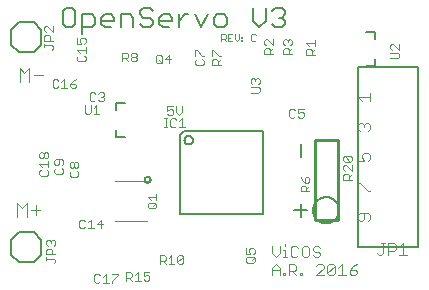
<source format=gto>
G75*
%MOIN*%
%OFA0B0*%
%FSLAX25Y25*%
%IPPOS*%
%LPD*%
%AMOC8*
5,1,8,0,0,1.08239X$1,22.5*
%
%ADD10C,0.00600*%
%ADD11C,0.00300*%
%ADD12C,0.00400*%
%ADD13C,0.00200*%
%ADD14C,0.00500*%
%ADD15C,0.01000*%
D10*
X0016500Y0036497D02*
X0021500Y0036497D01*
X0024000Y0038997D01*
X0024000Y0043997D01*
X0021500Y0046497D01*
X0016500Y0046497D01*
X0014000Y0043997D01*
X0014000Y0038997D01*
X0016500Y0036497D01*
X0048902Y0078398D02*
X0048902Y0080595D01*
X0048902Y0078398D02*
X0052098Y0078398D01*
X0048902Y0087398D02*
X0048902Y0089595D01*
X0052098Y0089595D01*
X0070201Y0078898D02*
X0071598Y0080296D01*
X0097799Y0080296D01*
X0097799Y0052698D01*
X0070201Y0052698D01*
X0070201Y0078898D01*
X0071786Y0077297D02*
X0071788Y0077372D01*
X0071794Y0077446D01*
X0071804Y0077520D01*
X0071817Y0077593D01*
X0071835Y0077666D01*
X0071856Y0077737D01*
X0071881Y0077808D01*
X0071910Y0077877D01*
X0071943Y0077944D01*
X0071979Y0078009D01*
X0072018Y0078073D01*
X0072060Y0078134D01*
X0072106Y0078193D01*
X0072155Y0078250D01*
X0072207Y0078303D01*
X0072261Y0078354D01*
X0072318Y0078403D01*
X0072378Y0078447D01*
X0072440Y0078489D01*
X0072504Y0078528D01*
X0072570Y0078563D01*
X0072637Y0078594D01*
X0072707Y0078622D01*
X0072777Y0078646D01*
X0072849Y0078667D01*
X0072922Y0078683D01*
X0072995Y0078696D01*
X0073070Y0078705D01*
X0073144Y0078710D01*
X0073219Y0078711D01*
X0073293Y0078708D01*
X0073368Y0078701D01*
X0073441Y0078690D01*
X0073515Y0078676D01*
X0073587Y0078657D01*
X0073658Y0078635D01*
X0073728Y0078609D01*
X0073797Y0078579D01*
X0073863Y0078546D01*
X0073928Y0078509D01*
X0073991Y0078469D01*
X0074052Y0078425D01*
X0074110Y0078379D01*
X0074166Y0078329D01*
X0074219Y0078277D01*
X0074270Y0078222D01*
X0074317Y0078164D01*
X0074361Y0078104D01*
X0074402Y0078041D01*
X0074440Y0077977D01*
X0074474Y0077911D01*
X0074505Y0077842D01*
X0074532Y0077773D01*
X0074555Y0077702D01*
X0074574Y0077630D01*
X0074590Y0077557D01*
X0074602Y0077483D01*
X0074610Y0077409D01*
X0074614Y0077334D01*
X0074614Y0077260D01*
X0074610Y0077185D01*
X0074602Y0077111D01*
X0074590Y0077037D01*
X0074574Y0076964D01*
X0074555Y0076892D01*
X0074532Y0076821D01*
X0074505Y0076752D01*
X0074474Y0076683D01*
X0074440Y0076617D01*
X0074402Y0076553D01*
X0074361Y0076490D01*
X0074317Y0076430D01*
X0074270Y0076372D01*
X0074219Y0076317D01*
X0074166Y0076265D01*
X0074110Y0076215D01*
X0074052Y0076169D01*
X0073991Y0076125D01*
X0073928Y0076085D01*
X0073863Y0076048D01*
X0073797Y0076015D01*
X0073728Y0075985D01*
X0073658Y0075959D01*
X0073587Y0075937D01*
X0073515Y0075918D01*
X0073441Y0075904D01*
X0073368Y0075893D01*
X0073293Y0075886D01*
X0073219Y0075883D01*
X0073144Y0075884D01*
X0073070Y0075889D01*
X0072995Y0075898D01*
X0072922Y0075911D01*
X0072849Y0075927D01*
X0072777Y0075948D01*
X0072707Y0075972D01*
X0072637Y0076000D01*
X0072570Y0076031D01*
X0072504Y0076066D01*
X0072440Y0076105D01*
X0072378Y0076147D01*
X0072318Y0076191D01*
X0072261Y0076240D01*
X0072207Y0076291D01*
X0072155Y0076344D01*
X0072106Y0076401D01*
X0072060Y0076460D01*
X0072018Y0076521D01*
X0071979Y0076585D01*
X0071943Y0076650D01*
X0071910Y0076717D01*
X0071881Y0076786D01*
X0071856Y0076857D01*
X0071835Y0076928D01*
X0071817Y0077001D01*
X0071804Y0077074D01*
X0071794Y0077148D01*
X0071788Y0077222D01*
X0071786Y0077297D01*
X0108362Y0053932D02*
X0112632Y0053932D01*
X0110497Y0051797D02*
X0110497Y0056067D01*
X0114665Y0053957D02*
X0114667Y0054089D01*
X0114673Y0054220D01*
X0114683Y0054351D01*
X0114697Y0054482D01*
X0114715Y0054612D01*
X0114737Y0054742D01*
X0114762Y0054871D01*
X0114792Y0054999D01*
X0114826Y0055127D01*
X0114863Y0055253D01*
X0114904Y0055378D01*
X0114949Y0055501D01*
X0114998Y0055624D01*
X0115051Y0055744D01*
X0115107Y0055863D01*
X0115166Y0055981D01*
X0115229Y0056096D01*
X0115296Y0056209D01*
X0115366Y0056321D01*
X0115440Y0056430D01*
X0115516Y0056537D01*
X0115596Y0056641D01*
X0115679Y0056743D01*
X0115765Y0056843D01*
X0115854Y0056940D01*
X0115946Y0057034D01*
X0116041Y0057125D01*
X0116139Y0057214D01*
X0116239Y0057299D01*
X0116341Y0057381D01*
X0116447Y0057460D01*
X0116554Y0057536D01*
X0116664Y0057609D01*
X0116776Y0057678D01*
X0116890Y0057744D01*
X0117006Y0057806D01*
X0117123Y0057865D01*
X0117243Y0057920D01*
X0117364Y0057971D01*
X0117486Y0058019D01*
X0117610Y0058063D01*
X0117736Y0058104D01*
X0117862Y0058140D01*
X0117990Y0058173D01*
X0118118Y0058201D01*
X0118247Y0058226D01*
X0118377Y0058247D01*
X0118508Y0058264D01*
X0118639Y0058277D01*
X0118770Y0058286D01*
X0118901Y0058291D01*
X0119033Y0058292D01*
X0119164Y0058289D01*
X0119296Y0058282D01*
X0119427Y0058271D01*
X0119558Y0058256D01*
X0119688Y0058237D01*
X0119817Y0058214D01*
X0119946Y0058187D01*
X0120074Y0058157D01*
X0120201Y0058122D01*
X0120327Y0058084D01*
X0120452Y0058042D01*
X0120575Y0057996D01*
X0120697Y0057946D01*
X0120817Y0057893D01*
X0120936Y0057836D01*
X0121053Y0057775D01*
X0121167Y0057711D01*
X0121280Y0057644D01*
X0121391Y0057573D01*
X0121500Y0057499D01*
X0121606Y0057421D01*
X0121710Y0057340D01*
X0121812Y0057257D01*
X0121910Y0057170D01*
X0122007Y0057080D01*
X0122100Y0056987D01*
X0122191Y0056892D01*
X0122278Y0056794D01*
X0122363Y0056693D01*
X0122444Y0056589D01*
X0122522Y0056484D01*
X0122598Y0056376D01*
X0122669Y0056265D01*
X0122738Y0056153D01*
X0122803Y0056038D01*
X0122864Y0055922D01*
X0122922Y0055804D01*
X0122976Y0055684D01*
X0123027Y0055563D01*
X0123074Y0055440D01*
X0123117Y0055315D01*
X0123156Y0055190D01*
X0123192Y0055063D01*
X0123223Y0054935D01*
X0123251Y0054807D01*
X0123275Y0054677D01*
X0123295Y0054547D01*
X0123311Y0054417D01*
X0123323Y0054286D01*
X0123331Y0054154D01*
X0123335Y0054023D01*
X0123335Y0053891D01*
X0123331Y0053760D01*
X0123323Y0053628D01*
X0123311Y0053497D01*
X0123295Y0053367D01*
X0123275Y0053237D01*
X0123251Y0053107D01*
X0123223Y0052979D01*
X0123192Y0052851D01*
X0123156Y0052724D01*
X0123117Y0052599D01*
X0123074Y0052474D01*
X0123027Y0052351D01*
X0122976Y0052230D01*
X0122922Y0052110D01*
X0122864Y0051992D01*
X0122803Y0051876D01*
X0122738Y0051761D01*
X0122669Y0051649D01*
X0122598Y0051538D01*
X0122522Y0051430D01*
X0122444Y0051325D01*
X0122363Y0051221D01*
X0122278Y0051120D01*
X0122191Y0051022D01*
X0122100Y0050927D01*
X0122007Y0050834D01*
X0121910Y0050744D01*
X0121812Y0050657D01*
X0121710Y0050574D01*
X0121606Y0050493D01*
X0121500Y0050415D01*
X0121391Y0050341D01*
X0121280Y0050270D01*
X0121168Y0050203D01*
X0121053Y0050139D01*
X0120936Y0050078D01*
X0120817Y0050021D01*
X0120697Y0049968D01*
X0120575Y0049918D01*
X0120452Y0049872D01*
X0120327Y0049830D01*
X0120201Y0049792D01*
X0120074Y0049757D01*
X0119946Y0049727D01*
X0119817Y0049700D01*
X0119688Y0049677D01*
X0119558Y0049658D01*
X0119427Y0049643D01*
X0119296Y0049632D01*
X0119164Y0049625D01*
X0119033Y0049622D01*
X0118901Y0049623D01*
X0118770Y0049628D01*
X0118639Y0049637D01*
X0118508Y0049650D01*
X0118377Y0049667D01*
X0118247Y0049688D01*
X0118118Y0049713D01*
X0117990Y0049741D01*
X0117862Y0049774D01*
X0117736Y0049810D01*
X0117610Y0049851D01*
X0117486Y0049895D01*
X0117364Y0049943D01*
X0117243Y0049994D01*
X0117123Y0050049D01*
X0117006Y0050108D01*
X0116890Y0050170D01*
X0116776Y0050236D01*
X0116664Y0050305D01*
X0116554Y0050378D01*
X0116447Y0050454D01*
X0116341Y0050533D01*
X0116239Y0050615D01*
X0116139Y0050700D01*
X0116041Y0050789D01*
X0115946Y0050880D01*
X0115854Y0050974D01*
X0115765Y0051071D01*
X0115679Y0051171D01*
X0115596Y0051273D01*
X0115516Y0051377D01*
X0115440Y0051484D01*
X0115366Y0051593D01*
X0115296Y0051705D01*
X0115229Y0051818D01*
X0115166Y0051933D01*
X0115107Y0052051D01*
X0115051Y0052170D01*
X0114998Y0052290D01*
X0114949Y0052413D01*
X0114904Y0052536D01*
X0114863Y0052661D01*
X0114826Y0052787D01*
X0114792Y0052915D01*
X0114762Y0053043D01*
X0114737Y0053172D01*
X0114715Y0053302D01*
X0114697Y0053432D01*
X0114683Y0053563D01*
X0114673Y0053694D01*
X0114667Y0053825D01*
X0114665Y0053957D01*
X0110497Y0071797D02*
X0110497Y0076067D01*
X0132150Y0102147D02*
X0135350Y0102147D01*
X0135350Y0104347D01*
X0135350Y0111147D02*
X0135350Y0113347D01*
X0132150Y0113347D01*
X0105272Y0115989D02*
X0104204Y0114922D01*
X0102069Y0114922D01*
X0101001Y0115989D01*
X0103136Y0118124D02*
X0104204Y0118124D01*
X0105272Y0117057D01*
X0105272Y0115989D01*
X0104204Y0118124D02*
X0105272Y0119192D01*
X0105272Y0120260D01*
X0104204Y0121327D01*
X0102069Y0121327D01*
X0101001Y0120260D01*
X0098826Y0121327D02*
X0098826Y0117057D01*
X0096691Y0114922D01*
X0094556Y0117057D01*
X0094556Y0121327D01*
X0085935Y0118124D02*
X0085935Y0115989D01*
X0084867Y0114922D01*
X0082732Y0114922D01*
X0081665Y0115989D01*
X0081665Y0118124D01*
X0082732Y0119192D01*
X0084867Y0119192D01*
X0085935Y0118124D01*
X0079490Y0119192D02*
X0077354Y0114922D01*
X0075219Y0119192D01*
X0073051Y0119192D02*
X0071983Y0119192D01*
X0069848Y0117057D01*
X0069848Y0114922D02*
X0069848Y0119192D01*
X0067673Y0118124D02*
X0067673Y0117057D01*
X0063402Y0117057D01*
X0063402Y0118124D02*
X0063402Y0115989D01*
X0064470Y0114922D01*
X0066605Y0114922D01*
X0067673Y0118124D02*
X0066605Y0119192D01*
X0064470Y0119192D01*
X0063402Y0118124D01*
X0061227Y0117057D02*
X0061227Y0115989D01*
X0060160Y0114922D01*
X0058025Y0114922D01*
X0056957Y0115989D01*
X0058025Y0118124D02*
X0060160Y0118124D01*
X0061227Y0117057D01*
X0061227Y0120260D02*
X0060160Y0121327D01*
X0058025Y0121327D01*
X0056957Y0120260D01*
X0056957Y0119192D01*
X0058025Y0118124D01*
X0054782Y0118124D02*
X0054782Y0114922D01*
X0054782Y0118124D02*
X0053714Y0119192D01*
X0050511Y0119192D01*
X0050511Y0114922D01*
X0048336Y0117057D02*
X0048336Y0118124D01*
X0047269Y0119192D01*
X0045134Y0119192D01*
X0044066Y0118124D01*
X0044066Y0115989D01*
X0045134Y0114922D01*
X0047269Y0114922D01*
X0048336Y0117057D02*
X0044066Y0117057D01*
X0041891Y0118124D02*
X0041891Y0115989D01*
X0040823Y0114922D01*
X0037620Y0114922D01*
X0037620Y0112787D02*
X0037620Y0119192D01*
X0040823Y0119192D01*
X0041891Y0118124D01*
X0035445Y0115989D02*
X0035445Y0120260D01*
X0034378Y0121327D01*
X0032243Y0121327D01*
X0031175Y0120260D01*
X0031175Y0115989D01*
X0032243Y0114922D01*
X0034378Y0114922D01*
X0035445Y0115989D01*
X0024000Y0113997D02*
X0024000Y0108997D01*
X0021500Y0106497D01*
X0016500Y0106497D01*
X0014000Y0108997D01*
X0014000Y0113997D01*
X0016500Y0116497D01*
X0021500Y0116497D01*
X0024000Y0113997D01*
D11*
X0025098Y0113859D02*
X0025098Y0114826D01*
X0025581Y0115310D01*
X0026065Y0115310D01*
X0028000Y0113375D01*
X0028000Y0115310D01*
X0025581Y0113375D02*
X0025098Y0113859D01*
X0025581Y0112364D02*
X0026549Y0112364D01*
X0027033Y0111880D01*
X0027033Y0110429D01*
X0028000Y0110429D02*
X0025098Y0110429D01*
X0025098Y0111880D01*
X0025581Y0112364D01*
X0025098Y0109417D02*
X0025098Y0108450D01*
X0025098Y0108933D02*
X0027516Y0108933D01*
X0028000Y0108450D01*
X0028000Y0107966D01*
X0027516Y0107482D01*
X0035948Y0107436D02*
X0038850Y0107436D01*
X0038850Y0108403D02*
X0038850Y0106468D01*
X0038366Y0105457D02*
X0038850Y0104973D01*
X0038850Y0104005D01*
X0038366Y0103522D01*
X0036431Y0103522D01*
X0035948Y0104005D01*
X0035948Y0104973D01*
X0036431Y0105457D01*
X0036915Y0106468D02*
X0035948Y0107436D01*
X0035948Y0109415D02*
X0037399Y0109415D01*
X0036915Y0110382D01*
X0036915Y0110866D01*
X0037399Y0111350D01*
X0038366Y0111350D01*
X0038850Y0110866D01*
X0038850Y0109899D01*
X0038366Y0109415D01*
X0035948Y0109415D02*
X0035948Y0111350D01*
X0035638Y0097599D02*
X0034671Y0097115D01*
X0033703Y0096148D01*
X0035155Y0096148D01*
X0035638Y0095664D01*
X0035638Y0095180D01*
X0035155Y0094697D01*
X0034187Y0094697D01*
X0033703Y0095180D01*
X0033703Y0096148D01*
X0032692Y0094697D02*
X0030757Y0094697D01*
X0031724Y0094697D02*
X0031724Y0097599D01*
X0030757Y0096632D01*
X0029745Y0097115D02*
X0029262Y0097599D01*
X0028294Y0097599D01*
X0027810Y0097115D01*
X0027810Y0095180D01*
X0028294Y0094697D01*
X0029262Y0094697D01*
X0029745Y0095180D01*
X0038525Y0088924D02*
X0038525Y0086505D01*
X0039009Y0086022D01*
X0039976Y0086022D01*
X0040460Y0086505D01*
X0040460Y0088924D01*
X0041472Y0087957D02*
X0042439Y0088924D01*
X0042439Y0086022D01*
X0041472Y0086022D02*
X0043406Y0086022D01*
X0043562Y0090322D02*
X0043078Y0090805D01*
X0043562Y0090322D02*
X0044530Y0090322D01*
X0045013Y0090805D01*
X0045013Y0091289D01*
X0044530Y0091773D01*
X0044046Y0091773D01*
X0044530Y0091773D02*
X0045013Y0092257D01*
X0045013Y0092740D01*
X0044530Y0093224D01*
X0043562Y0093224D01*
X0043078Y0092740D01*
X0042067Y0092740D02*
X0041583Y0093224D01*
X0040616Y0093224D01*
X0040132Y0092740D01*
X0040132Y0090805D01*
X0040616Y0090322D01*
X0041583Y0090322D01*
X0042067Y0090805D01*
X0051025Y0103522D02*
X0051025Y0106424D01*
X0052476Y0106424D01*
X0052960Y0105940D01*
X0052960Y0104973D01*
X0052476Y0104489D01*
X0051025Y0104489D01*
X0051992Y0104489D02*
X0052960Y0103522D01*
X0053972Y0104005D02*
X0053972Y0104489D01*
X0054455Y0104973D01*
X0055423Y0104973D01*
X0055906Y0104489D01*
X0055906Y0104005D01*
X0055423Y0103522D01*
X0054455Y0103522D01*
X0053972Y0104005D01*
X0054455Y0104973D02*
X0053972Y0105457D01*
X0053972Y0105940D01*
X0054455Y0106424D01*
X0055423Y0106424D01*
X0055906Y0105940D01*
X0055906Y0105457D01*
X0055423Y0104973D01*
X0062275Y0105315D02*
X0062275Y0103380D01*
X0062759Y0102897D01*
X0063726Y0102897D01*
X0064210Y0103380D01*
X0064210Y0105315D01*
X0063726Y0105799D01*
X0062759Y0105799D01*
X0062275Y0105315D01*
X0063242Y0103864D02*
X0064210Y0102897D01*
X0065222Y0104348D02*
X0067156Y0104348D01*
X0066673Y0102897D02*
X0066673Y0105799D01*
X0065222Y0104348D01*
X0075323Y0103723D02*
X0075323Y0102755D01*
X0075806Y0102272D01*
X0077741Y0102272D01*
X0078225Y0102755D01*
X0078225Y0103723D01*
X0077741Y0104207D01*
X0077741Y0105218D02*
X0078225Y0105218D01*
X0077741Y0105218D02*
X0075806Y0107153D01*
X0075323Y0107153D01*
X0075323Y0105218D01*
X0075806Y0104207D02*
X0075323Y0103723D01*
X0080948Y0103723D02*
X0080948Y0102272D01*
X0083850Y0102272D01*
X0082883Y0102272D02*
X0082883Y0103723D01*
X0082399Y0104207D01*
X0081431Y0104207D01*
X0080948Y0103723D01*
X0080948Y0105218D02*
X0080948Y0107153D01*
X0081431Y0107153D01*
X0083366Y0105218D01*
X0083850Y0105218D01*
X0083850Y0104207D02*
X0082883Y0103239D01*
X0093965Y0097445D02*
X0094449Y0097929D01*
X0094933Y0097929D01*
X0095417Y0097445D01*
X0095900Y0097929D01*
X0096384Y0097929D01*
X0096868Y0097445D01*
X0096868Y0096477D01*
X0096384Y0095994D01*
X0096384Y0094982D02*
X0093965Y0094982D01*
X0094449Y0095994D02*
X0093965Y0096477D01*
X0093965Y0097445D01*
X0095417Y0097445D02*
X0095417Y0096961D01*
X0096384Y0094982D02*
X0096868Y0094498D01*
X0096868Y0093531D01*
X0096384Y0093047D01*
X0093965Y0093047D01*
X0106650Y0087190D02*
X0106650Y0085255D01*
X0107134Y0084772D01*
X0108101Y0084772D01*
X0108585Y0085255D01*
X0109597Y0085255D02*
X0110080Y0084772D01*
X0111048Y0084772D01*
X0111531Y0085255D01*
X0111531Y0086223D01*
X0111048Y0086707D01*
X0110564Y0086707D01*
X0109597Y0086223D01*
X0109597Y0087674D01*
X0111531Y0087674D01*
X0108585Y0087190D02*
X0108101Y0087674D01*
X0107134Y0087674D01*
X0106650Y0087190D01*
X0106633Y0106022D02*
X0106633Y0107473D01*
X0106149Y0107957D01*
X0105181Y0107957D01*
X0104698Y0107473D01*
X0104698Y0106022D01*
X0107600Y0106022D01*
X0106633Y0106989D02*
X0107600Y0107957D01*
X0107116Y0108968D02*
X0107600Y0109452D01*
X0107600Y0110419D01*
X0107116Y0110903D01*
X0106633Y0110903D01*
X0106149Y0110419D01*
X0106149Y0109936D01*
X0106149Y0110419D02*
X0105665Y0110903D01*
X0105181Y0110903D01*
X0104698Y0110419D01*
X0104698Y0109452D01*
X0105181Y0108968D01*
X0101350Y0108968D02*
X0099415Y0110903D01*
X0098931Y0110903D01*
X0098448Y0110419D01*
X0098448Y0109452D01*
X0098931Y0108968D01*
X0098931Y0107957D02*
X0099899Y0107957D01*
X0100383Y0107473D01*
X0100383Y0106022D01*
X0101350Y0106022D02*
X0098448Y0106022D01*
X0098448Y0107473D01*
X0098931Y0107957D01*
X0100383Y0106989D02*
X0101350Y0107957D01*
X0101350Y0108968D02*
X0101350Y0110903D01*
X0112273Y0109668D02*
X0115175Y0109668D01*
X0115175Y0110635D02*
X0115175Y0108700D01*
X0115175Y0107689D02*
X0114208Y0106721D01*
X0114208Y0107205D02*
X0114208Y0105754D01*
X0115175Y0105754D02*
X0112273Y0105754D01*
X0112273Y0107205D01*
X0112756Y0107689D01*
X0113724Y0107689D01*
X0114208Y0107205D01*
X0113240Y0108700D02*
X0112273Y0109668D01*
X0129772Y0091698D02*
X0133475Y0091698D01*
X0133475Y0090464D02*
X0133475Y0092932D01*
X0131006Y0090464D02*
X0129772Y0091698D01*
X0130389Y0082932D02*
X0131006Y0082932D01*
X0131623Y0082315D01*
X0132241Y0082932D01*
X0132858Y0082932D01*
X0133475Y0082315D01*
X0133475Y0081081D01*
X0132858Y0080464D01*
X0131623Y0081698D02*
X0131623Y0082315D01*
X0130389Y0082932D02*
X0129772Y0082315D01*
X0129772Y0081081D01*
X0130389Y0080464D01*
X0129772Y0072932D02*
X0129772Y0070464D01*
X0131623Y0070464D01*
X0131006Y0071698D01*
X0131006Y0072315D01*
X0131623Y0072932D01*
X0132858Y0072932D01*
X0133475Y0072315D01*
X0133475Y0071081D01*
X0132858Y0070464D01*
X0127600Y0070524D02*
X0127116Y0070040D01*
X0125181Y0071975D01*
X0127116Y0071975D01*
X0127600Y0071491D01*
X0127600Y0070524D01*
X0127116Y0070040D02*
X0125181Y0070040D01*
X0124698Y0070524D01*
X0124698Y0071491D01*
X0125181Y0071975D01*
X0125181Y0069028D02*
X0124698Y0068544D01*
X0124698Y0067577D01*
X0125181Y0067093D01*
X0125181Y0066082D02*
X0126149Y0066082D01*
X0126633Y0065598D01*
X0126633Y0064147D01*
X0127600Y0064147D02*
X0124698Y0064147D01*
X0124698Y0065598D01*
X0125181Y0066082D01*
X0126633Y0065114D02*
X0127600Y0066082D01*
X0127600Y0067093D02*
X0125665Y0069028D01*
X0125181Y0069028D01*
X0127600Y0069028D02*
X0127600Y0067093D01*
X0129772Y0062932D02*
X0130389Y0062932D01*
X0132858Y0060464D01*
X0133475Y0060464D01*
X0129772Y0060464D02*
X0129772Y0062932D01*
X0130389Y0052932D02*
X0129772Y0052315D01*
X0129772Y0051081D01*
X0130389Y0050464D01*
X0131006Y0050464D01*
X0131623Y0051081D01*
X0131623Y0052932D01*
X0130389Y0052932D02*
X0132858Y0052932D01*
X0133475Y0052315D01*
X0133475Y0051081D01*
X0132858Y0050464D01*
X0137259Y0042850D02*
X0138494Y0042850D01*
X0137877Y0042850D02*
X0137877Y0039764D01*
X0137259Y0039147D01*
X0136642Y0039147D01*
X0136025Y0039764D01*
X0139708Y0040381D02*
X0141560Y0040381D01*
X0142177Y0040998D01*
X0142177Y0042233D01*
X0141560Y0042850D01*
X0139708Y0042850D01*
X0139708Y0039147D01*
X0143391Y0039147D02*
X0145860Y0039147D01*
X0144626Y0039147D02*
X0144626Y0042850D01*
X0143391Y0041616D01*
X0129276Y0035975D02*
X0128041Y0035358D01*
X0126807Y0034123D01*
X0128659Y0034123D01*
X0129276Y0033506D01*
X0129276Y0032889D01*
X0128659Y0032272D01*
X0127424Y0032272D01*
X0126807Y0032889D01*
X0126807Y0034123D01*
X0125593Y0032272D02*
X0123124Y0032272D01*
X0124358Y0032272D02*
X0124358Y0035975D01*
X0123124Y0034741D01*
X0121909Y0035358D02*
X0119441Y0032889D01*
X0120058Y0032272D01*
X0121292Y0032272D01*
X0121909Y0032889D01*
X0121909Y0035358D01*
X0121292Y0035975D01*
X0120058Y0035975D01*
X0119441Y0035358D01*
X0119441Y0032889D01*
X0118226Y0032272D02*
X0115758Y0032272D01*
X0118226Y0034741D01*
X0118226Y0035358D01*
X0117609Y0035975D01*
X0116375Y0035975D01*
X0115758Y0035358D01*
X0115147Y0038272D02*
X0114530Y0038889D01*
X0115147Y0038272D02*
X0116381Y0038272D01*
X0116999Y0038889D01*
X0116999Y0039506D01*
X0116381Y0040123D01*
X0115147Y0040123D01*
X0114530Y0040741D01*
X0114530Y0041358D01*
X0115147Y0041975D01*
X0116381Y0041975D01*
X0116999Y0041358D01*
X0113315Y0041358D02*
X0113315Y0038889D01*
X0112698Y0038272D01*
X0111464Y0038272D01*
X0110847Y0038889D01*
X0110847Y0041358D01*
X0111464Y0041975D01*
X0112698Y0041975D01*
X0113315Y0041358D01*
X0109632Y0041358D02*
X0109015Y0041975D01*
X0107781Y0041975D01*
X0107164Y0041358D01*
X0107164Y0038889D01*
X0107781Y0038272D01*
X0109015Y0038272D01*
X0109632Y0038889D01*
X0108401Y0035975D02*
X0106550Y0035975D01*
X0106550Y0032272D01*
X0105325Y0032272D02*
X0104708Y0032272D01*
X0104708Y0032889D01*
X0105325Y0032889D01*
X0105325Y0032272D01*
X0106550Y0033506D02*
X0108401Y0033506D01*
X0109018Y0034123D01*
X0109018Y0035358D01*
X0108401Y0035975D01*
X0107784Y0033506D02*
X0109018Y0032272D01*
X0110233Y0032272D02*
X0110850Y0032272D01*
X0110850Y0032889D01*
X0110233Y0032889D01*
X0110233Y0032272D01*
X0105943Y0038272D02*
X0104708Y0038272D01*
X0105325Y0038272D02*
X0105325Y0040741D01*
X0104708Y0040741D01*
X0105325Y0041975D02*
X0105325Y0042592D01*
X0103494Y0041975D02*
X0103494Y0039506D01*
X0102259Y0038272D01*
X0101025Y0039506D01*
X0101025Y0041975D01*
X0095175Y0040776D02*
X0095175Y0039809D01*
X0094691Y0039325D01*
X0093724Y0039325D02*
X0093240Y0040293D01*
X0093240Y0040776D01*
X0093724Y0041260D01*
X0094691Y0041260D01*
X0095175Y0040776D01*
X0093724Y0039325D02*
X0092273Y0039325D01*
X0092273Y0041260D01*
X0092756Y0038314D02*
X0094691Y0038314D01*
X0095175Y0037830D01*
X0095175Y0036862D01*
X0094691Y0036379D01*
X0092756Y0036379D01*
X0092273Y0036862D01*
X0092273Y0037830D01*
X0092756Y0038314D01*
X0094208Y0037346D02*
X0095175Y0038314D01*
X0101025Y0034741D02*
X0101025Y0032272D01*
X0101025Y0034123D02*
X0103494Y0034123D01*
X0103494Y0034741D02*
X0102259Y0035975D01*
X0101025Y0034741D01*
X0103494Y0034741D02*
X0103494Y0032272D01*
X0110514Y0060180D02*
X0110514Y0061631D01*
X0110998Y0062115D01*
X0111966Y0062115D01*
X0112449Y0061631D01*
X0112449Y0060180D01*
X0112449Y0061148D02*
X0113417Y0062115D01*
X0112933Y0063127D02*
X0113417Y0063610D01*
X0113417Y0064578D01*
X0112933Y0065062D01*
X0112449Y0065062D01*
X0111966Y0064578D01*
X0111966Y0063127D01*
X0112933Y0063127D01*
X0111966Y0063127D02*
X0110998Y0064094D01*
X0110514Y0065062D01*
X0110514Y0060180D02*
X0113417Y0060180D01*
X0071971Y0081647D02*
X0070036Y0081647D01*
X0071003Y0081647D02*
X0071003Y0084549D01*
X0070036Y0083582D01*
X0069024Y0084065D02*
X0068541Y0084549D01*
X0067573Y0084549D01*
X0067089Y0084065D01*
X0067089Y0082130D01*
X0067573Y0081647D01*
X0068541Y0081647D01*
X0069024Y0082130D01*
X0066092Y0081647D02*
X0065125Y0081647D01*
X0065609Y0081647D02*
X0065609Y0084549D01*
X0066092Y0084549D02*
X0065125Y0084549D01*
X0066509Y0085647D02*
X0066025Y0086130D01*
X0066509Y0085647D02*
X0067476Y0085647D01*
X0067960Y0086130D01*
X0067960Y0087098D01*
X0067476Y0087582D01*
X0066992Y0087582D01*
X0066025Y0087098D01*
X0066025Y0088549D01*
X0067960Y0088549D01*
X0068972Y0088549D02*
X0068972Y0086614D01*
X0069939Y0085647D01*
X0070906Y0086614D01*
X0070906Y0088549D01*
X0062425Y0059385D02*
X0062425Y0057450D01*
X0062425Y0058418D02*
X0059523Y0058418D01*
X0060490Y0057450D01*
X0060006Y0056439D02*
X0059523Y0055955D01*
X0059523Y0054987D01*
X0060006Y0054504D01*
X0061941Y0054504D01*
X0062425Y0054987D01*
X0062425Y0055955D01*
X0061941Y0056439D01*
X0060006Y0056439D01*
X0061458Y0055471D02*
X0062425Y0056439D01*
X0044478Y0049348D02*
X0042543Y0049348D01*
X0043994Y0050799D01*
X0043994Y0047897D01*
X0041531Y0047897D02*
X0039597Y0047897D01*
X0040564Y0047897D02*
X0040564Y0050799D01*
X0039597Y0049832D01*
X0038585Y0050315D02*
X0038101Y0050799D01*
X0037134Y0050799D01*
X0036650Y0050315D01*
X0036650Y0048380D01*
X0037134Y0047897D01*
X0038101Y0047897D01*
X0038585Y0048380D01*
X0028625Y0043576D02*
X0028625Y0042609D01*
X0028141Y0042125D01*
X0027174Y0043093D02*
X0027174Y0043576D01*
X0027658Y0044060D01*
X0028141Y0044060D01*
X0028625Y0043576D01*
X0027174Y0043576D02*
X0026690Y0044060D01*
X0026206Y0044060D01*
X0025723Y0043576D01*
X0025723Y0042609D01*
X0026206Y0042125D01*
X0026206Y0041114D02*
X0025723Y0040630D01*
X0025723Y0039179D01*
X0028625Y0039179D01*
X0027658Y0039179D02*
X0027658Y0040630D01*
X0027174Y0041114D01*
X0026206Y0041114D01*
X0025723Y0038167D02*
X0025723Y0037200D01*
X0025723Y0037683D02*
X0028141Y0037683D01*
X0028625Y0037200D01*
X0028625Y0036716D01*
X0028141Y0036232D01*
X0041650Y0032190D02*
X0041650Y0030255D01*
X0042134Y0029772D01*
X0043101Y0029772D01*
X0043585Y0030255D01*
X0044597Y0029772D02*
X0046531Y0029772D01*
X0045564Y0029772D02*
X0045564Y0032674D01*
X0044597Y0031707D01*
X0043585Y0032190D02*
X0043101Y0032674D01*
X0042134Y0032674D01*
X0041650Y0032190D01*
X0047543Y0032674D02*
X0049478Y0032674D01*
X0049478Y0032190D01*
X0047543Y0030255D01*
X0047543Y0029772D01*
X0052275Y0030397D02*
X0052275Y0033299D01*
X0053726Y0033299D01*
X0054210Y0032815D01*
X0054210Y0031848D01*
X0053726Y0031364D01*
X0052275Y0031364D01*
X0053242Y0031364D02*
X0054210Y0030397D01*
X0055222Y0030397D02*
X0057156Y0030397D01*
X0056189Y0030397D02*
X0056189Y0033299D01*
X0055222Y0032332D01*
X0058168Y0031848D02*
X0059136Y0032332D01*
X0059619Y0032332D01*
X0060103Y0031848D01*
X0060103Y0030880D01*
X0059619Y0030397D01*
X0058652Y0030397D01*
X0058168Y0030880D01*
X0058168Y0031848D02*
X0058168Y0033299D01*
X0060103Y0033299D01*
X0063525Y0036022D02*
X0063525Y0038924D01*
X0064976Y0038924D01*
X0065460Y0038440D01*
X0065460Y0037473D01*
X0064976Y0036989D01*
X0063525Y0036989D01*
X0064492Y0036989D02*
X0065460Y0036022D01*
X0066472Y0036022D02*
X0068406Y0036022D01*
X0067439Y0036022D02*
X0067439Y0038924D01*
X0066472Y0037957D01*
X0069418Y0038440D02*
X0069418Y0036505D01*
X0071353Y0038440D01*
X0071353Y0036505D01*
X0070869Y0036022D01*
X0069902Y0036022D01*
X0069418Y0036505D01*
X0069418Y0038440D02*
X0069902Y0038924D01*
X0070869Y0038924D01*
X0071353Y0038440D01*
X0036425Y0065612D02*
X0036425Y0066580D01*
X0035941Y0067064D01*
X0035941Y0068075D02*
X0035458Y0068075D01*
X0034974Y0068559D01*
X0034974Y0069526D01*
X0035458Y0070010D01*
X0035941Y0070010D01*
X0036425Y0069526D01*
X0036425Y0068559D01*
X0035941Y0068075D01*
X0034974Y0068559D02*
X0034490Y0068075D01*
X0034006Y0068075D01*
X0033523Y0068559D01*
X0033523Y0069526D01*
X0034006Y0070010D01*
X0034490Y0070010D01*
X0034974Y0069526D01*
X0034006Y0067064D02*
X0033523Y0066580D01*
X0033523Y0065612D01*
X0034006Y0065129D01*
X0035941Y0065129D01*
X0036425Y0065612D01*
X0031350Y0066505D02*
X0030866Y0066022D01*
X0028931Y0066022D01*
X0028448Y0066505D01*
X0028448Y0067473D01*
X0028931Y0067957D01*
X0028931Y0068968D02*
X0029415Y0068968D01*
X0029899Y0069452D01*
X0029899Y0070903D01*
X0030866Y0070903D02*
X0031350Y0070419D01*
X0031350Y0069452D01*
X0030866Y0068968D01*
X0030866Y0067957D02*
X0031350Y0067473D01*
X0031350Y0066505D01*
X0028931Y0068968D02*
X0028448Y0069452D01*
X0028448Y0070419D01*
X0028931Y0070903D01*
X0030866Y0070903D01*
X0026350Y0070278D02*
X0026350Y0068343D01*
X0026350Y0069311D02*
X0023448Y0069311D01*
X0024415Y0068343D01*
X0023931Y0067332D02*
X0023448Y0066848D01*
X0023448Y0065880D01*
X0023931Y0065397D01*
X0025866Y0065397D01*
X0026350Y0065880D01*
X0026350Y0066848D01*
X0025866Y0067332D01*
X0025866Y0071290D02*
X0025383Y0071290D01*
X0024899Y0071774D01*
X0024899Y0072741D01*
X0025383Y0073225D01*
X0025866Y0073225D01*
X0026350Y0072741D01*
X0026350Y0071774D01*
X0025866Y0071290D01*
X0024899Y0071774D02*
X0024415Y0071290D01*
X0023931Y0071290D01*
X0023448Y0071774D01*
X0023448Y0072741D01*
X0023931Y0073225D01*
X0024415Y0073225D01*
X0024899Y0072741D01*
X0140398Y0104504D02*
X0142816Y0104504D01*
X0143300Y0104987D01*
X0143300Y0105955D01*
X0142816Y0106439D01*
X0140398Y0106439D01*
X0140881Y0107450D02*
X0140398Y0107934D01*
X0140398Y0108901D01*
X0140881Y0109385D01*
X0141365Y0109385D01*
X0143300Y0107450D01*
X0143300Y0109385D01*
D12*
X0059256Y0063815D02*
X0048744Y0063815D01*
X0048744Y0050429D02*
X0059256Y0050429D01*
X0023748Y0053999D02*
X0020679Y0053999D01*
X0022214Y0055533D02*
X0022214Y0052464D01*
X0019144Y0051697D02*
X0019144Y0056301D01*
X0017610Y0054766D01*
X0016075Y0056301D01*
X0016075Y0051697D01*
X0016867Y0096697D02*
X0016867Y0101301D01*
X0018402Y0099766D01*
X0019936Y0101301D01*
X0019936Y0096697D01*
X0021471Y0098999D02*
X0024540Y0098999D01*
D13*
X0084100Y0110347D02*
X0084100Y0112549D01*
X0085201Y0112549D01*
X0085568Y0112182D01*
X0085568Y0111448D01*
X0085201Y0111081D01*
X0084100Y0111081D01*
X0084834Y0111081D02*
X0085568Y0110347D01*
X0086310Y0110347D02*
X0086310Y0112549D01*
X0087778Y0112549D01*
X0088520Y0112549D02*
X0088520Y0111081D01*
X0089254Y0110347D01*
X0089988Y0111081D01*
X0089988Y0112549D01*
X0090730Y0111815D02*
X0090730Y0111448D01*
X0091097Y0111448D01*
X0091097Y0111815D01*
X0090730Y0111815D01*
X0090730Y0110714D02*
X0090730Y0110347D01*
X0091097Y0110347D01*
X0091097Y0110714D01*
X0090730Y0110714D01*
X0087778Y0110347D02*
X0086310Y0110347D01*
X0086310Y0111448D02*
X0087044Y0111448D01*
X0094044Y0112182D02*
X0094044Y0110714D01*
X0094411Y0110347D01*
X0095145Y0110347D01*
X0095512Y0110714D01*
X0095512Y0112182D02*
X0095145Y0112549D01*
X0094411Y0112549D01*
X0094044Y0112182D01*
D14*
X0129625Y0101497D02*
X0129625Y0041497D01*
X0149625Y0041497D01*
X0149625Y0101497D01*
X0129625Y0101497D01*
X0058500Y0064122D02*
X0058502Y0064185D01*
X0058508Y0064247D01*
X0058518Y0064309D01*
X0058531Y0064371D01*
X0058549Y0064431D01*
X0058570Y0064490D01*
X0058595Y0064548D01*
X0058624Y0064604D01*
X0058656Y0064658D01*
X0058691Y0064710D01*
X0058729Y0064759D01*
X0058771Y0064807D01*
X0058815Y0064851D01*
X0058863Y0064893D01*
X0058912Y0064931D01*
X0058964Y0064966D01*
X0059018Y0064998D01*
X0059074Y0065027D01*
X0059132Y0065052D01*
X0059191Y0065073D01*
X0059251Y0065091D01*
X0059313Y0065104D01*
X0059375Y0065114D01*
X0059437Y0065120D01*
X0059500Y0065122D01*
X0059563Y0065120D01*
X0059625Y0065114D01*
X0059687Y0065104D01*
X0059749Y0065091D01*
X0059809Y0065073D01*
X0059868Y0065052D01*
X0059926Y0065027D01*
X0059982Y0064998D01*
X0060036Y0064966D01*
X0060088Y0064931D01*
X0060137Y0064893D01*
X0060185Y0064851D01*
X0060229Y0064807D01*
X0060271Y0064759D01*
X0060309Y0064710D01*
X0060344Y0064658D01*
X0060376Y0064604D01*
X0060405Y0064548D01*
X0060430Y0064490D01*
X0060451Y0064431D01*
X0060469Y0064371D01*
X0060482Y0064309D01*
X0060492Y0064247D01*
X0060498Y0064185D01*
X0060500Y0064122D01*
X0060498Y0064059D01*
X0060492Y0063997D01*
X0060482Y0063935D01*
X0060469Y0063873D01*
X0060451Y0063813D01*
X0060430Y0063754D01*
X0060405Y0063696D01*
X0060376Y0063640D01*
X0060344Y0063586D01*
X0060309Y0063534D01*
X0060271Y0063485D01*
X0060229Y0063437D01*
X0060185Y0063393D01*
X0060137Y0063351D01*
X0060088Y0063313D01*
X0060036Y0063278D01*
X0059982Y0063246D01*
X0059926Y0063217D01*
X0059868Y0063192D01*
X0059809Y0063171D01*
X0059749Y0063153D01*
X0059687Y0063140D01*
X0059625Y0063130D01*
X0059563Y0063124D01*
X0059500Y0063122D01*
X0059437Y0063124D01*
X0059375Y0063130D01*
X0059313Y0063140D01*
X0059251Y0063153D01*
X0059191Y0063171D01*
X0059132Y0063192D01*
X0059074Y0063217D01*
X0059018Y0063246D01*
X0058964Y0063278D01*
X0058912Y0063313D01*
X0058863Y0063351D01*
X0058815Y0063393D01*
X0058771Y0063437D01*
X0058729Y0063485D01*
X0058691Y0063534D01*
X0058656Y0063586D01*
X0058624Y0063640D01*
X0058595Y0063696D01*
X0058570Y0063754D01*
X0058549Y0063813D01*
X0058531Y0063873D01*
X0058518Y0063935D01*
X0058508Y0063997D01*
X0058502Y0064059D01*
X0058500Y0064122D01*
D15*
X0115142Y0077304D02*
X0115142Y0050690D01*
X0122858Y0050690D01*
X0122858Y0077304D01*
X0115142Y0077304D01*
M02*

</source>
